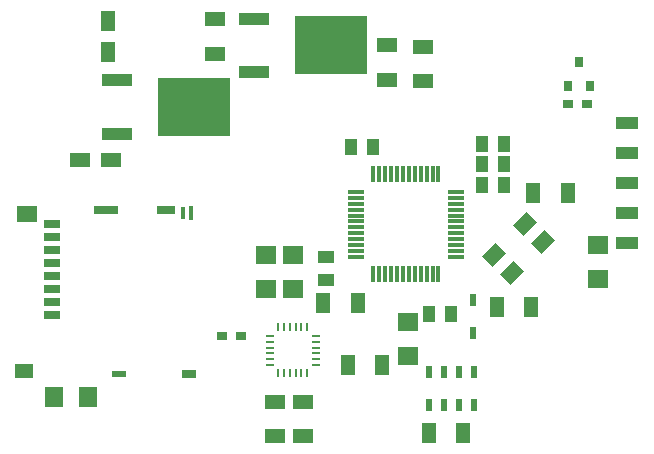
<source format=gtp>
G04*
G04 #@! TF.GenerationSoftware,Altium Limited,Altium Designer,23.7.1 (13)*
G04*
G04 Layer_Color=8421504*
%FSLAX25Y25*%
%MOIN*%
G70*
G04*
G04 #@! TF.SameCoordinates,F4DCA568-12CF-4C60-A2D5-0128ED73B792*
G04*
G04*
G04 #@! TF.FilePolarity,Positive*
G04*
G01*
G75*
%ADD17R,0.10236X0.03937*%
%ADD18R,0.24410X0.19291*%
%ADD19R,0.03799X0.03150*%
%ADD20R,0.07520X0.04095*%
%ADD21R,0.03937X0.05709*%
%ADD22R,0.07087X0.04528*%
%ADD23R,0.03150X0.03543*%
%ADD24R,0.07087X0.04842*%
%ADD25R,0.04842X0.07087*%
%ADD26R,0.07087X0.05906*%
%ADD27R,0.04528X0.07087*%
%ADD28R,0.01181X0.05709*%
%ADD29R,0.05709X0.01181*%
G04:AMPARAMS|DCode=30|XSize=62.99mil|YSize=49.21mil|CornerRadius=0mil|HoleSize=0mil|Usage=FLASHONLY|Rotation=225.000|XOffset=0mil|YOffset=0mil|HoleType=Round|Shape=Rectangle|*
%AMROTATEDRECTD30*
4,1,4,0.00487,0.03967,0.03967,0.00487,-0.00487,-0.03967,-0.03967,-0.00487,0.00487,0.03967,0.0*
%
%ADD30ROTATEDRECTD30*%

%ADD31R,0.02165X0.04134*%
%ADD32R,0.05709X0.03937*%
%ADD33R,0.05906X0.07087*%
%ADD34R,0.05512X0.03150*%
%ADD35R,0.07087X0.05315*%
%ADD36R,0.08425X0.02559*%
%ADD37R,0.06299X0.02559*%
%ADD38R,0.01772X0.04331*%
%ADD39R,0.01772X0.04528*%
%ADD40R,0.05118X0.02559*%
%ADD41R,0.04528X0.02362*%
%ADD42R,0.05906X0.04567*%
%ADD43R,0.03150X0.00984*%
%ADD44R,0.00984X0.03150*%
%ADD45R,0.02362X0.04331*%
D17*
X40484Y123795D02*
D03*
Y105842D02*
D03*
X86236Y144295D02*
D03*
Y126342D02*
D03*
D18*
X66075Y114819D02*
D03*
X111827Y135319D02*
D03*
D19*
X197244Y115748D02*
D03*
X190945D02*
D03*
X75591Y38583D02*
D03*
X81890D02*
D03*
D20*
X210630Y109409D02*
D03*
Y99410D02*
D03*
Y89410D02*
D03*
Y79409D02*
D03*
Y69410D02*
D03*
D21*
X125984Y101575D02*
D03*
X118504D02*
D03*
X162008Y95669D02*
D03*
X169488D02*
D03*
X162008Y102362D02*
D03*
X169488D02*
D03*
X162008Y88976D02*
D03*
X169488D02*
D03*
X151969Y45866D02*
D03*
X144488D02*
D03*
D22*
X102362Y5118D02*
D03*
Y16535D02*
D03*
X93307D02*
D03*
Y5118D02*
D03*
X73075Y132610D02*
D03*
Y144027D02*
D03*
X142520Y134843D02*
D03*
Y123425D02*
D03*
X130575Y123902D02*
D03*
Y135319D02*
D03*
D23*
X194575Y129756D02*
D03*
X198315Y121882D02*
D03*
X190835D02*
D03*
D24*
X28307Y97244D02*
D03*
X38622D02*
D03*
D25*
X37402Y133031D02*
D03*
Y143347D02*
D03*
D26*
X200787Y57480D02*
D03*
Y68898D02*
D03*
X90158Y65551D02*
D03*
Y54134D02*
D03*
X99213Y65551D02*
D03*
Y54134D02*
D03*
X137402Y43307D02*
D03*
Y31890D02*
D03*
D27*
X179331Y86221D02*
D03*
X190748D02*
D03*
X178543Y48031D02*
D03*
X167126D02*
D03*
X120669Y49606D02*
D03*
X109252D02*
D03*
X117520Y28740D02*
D03*
X128937D02*
D03*
X155905Y6299D02*
D03*
X144488D02*
D03*
D28*
X147638Y92323D02*
D03*
X145669D02*
D03*
X129921D02*
D03*
X131890D02*
D03*
X143701D02*
D03*
X141732D02*
D03*
X139764D02*
D03*
X137795D02*
D03*
X135827D02*
D03*
X125984D02*
D03*
X127953D02*
D03*
X133858D02*
D03*
X147638Y59055D02*
D03*
X145669D02*
D03*
X143701D02*
D03*
X141732D02*
D03*
X139764D02*
D03*
X137795D02*
D03*
X135827D02*
D03*
X133858D02*
D03*
X131890D02*
D03*
X129921D02*
D03*
X127953D02*
D03*
X125984D02*
D03*
D29*
X120177Y64862D02*
D03*
Y66831D02*
D03*
Y68799D02*
D03*
Y70768D02*
D03*
Y72736D02*
D03*
Y74705D02*
D03*
Y76673D02*
D03*
Y78642D02*
D03*
Y80610D02*
D03*
Y82579D02*
D03*
Y84547D02*
D03*
Y86516D02*
D03*
X153445D02*
D03*
Y84547D02*
D03*
Y82579D02*
D03*
Y80610D02*
D03*
Y78642D02*
D03*
Y76673D02*
D03*
Y74705D02*
D03*
Y72736D02*
D03*
Y70768D02*
D03*
Y68799D02*
D03*
Y66831D02*
D03*
Y64862D02*
D03*
D30*
X182622Y69804D02*
D03*
X176497Y75929D02*
D03*
X172321Y59504D02*
D03*
X166197Y65629D02*
D03*
D31*
X159055Y39370D02*
D03*
Y50394D02*
D03*
D32*
X110236Y64764D02*
D03*
Y57284D02*
D03*
D33*
X19488Y18110D02*
D03*
X30906D02*
D03*
D34*
X18701Y45413D02*
D03*
Y49744D02*
D03*
Y54075D02*
D03*
Y58406D02*
D03*
Y62736D02*
D03*
Y67067D02*
D03*
Y71398D02*
D03*
Y75728D02*
D03*
D35*
X10630Y79232D02*
D03*
D36*
X36732Y80512D02*
D03*
D37*
X56732D02*
D03*
D38*
X62657Y79626D02*
D03*
D39*
X65256Y79527D02*
D03*
D40*
X64370Y25787D02*
D03*
D41*
X41043Y25689D02*
D03*
D42*
X9646Y26791D02*
D03*
D43*
X91339Y38583D02*
D03*
X106693D02*
D03*
X91339Y36614D02*
D03*
Y34646D02*
D03*
Y32677D02*
D03*
Y30709D02*
D03*
Y28740D02*
D03*
X106693D02*
D03*
Y30709D02*
D03*
Y32677D02*
D03*
Y34646D02*
D03*
Y36614D02*
D03*
D44*
X94095Y25984D02*
D03*
X96063D02*
D03*
X98032D02*
D03*
X100000D02*
D03*
X101969D02*
D03*
X103937D02*
D03*
Y41339D02*
D03*
X101969D02*
D03*
X100000D02*
D03*
X98032D02*
D03*
X96063D02*
D03*
X94095D02*
D03*
D45*
X144587Y15354D02*
D03*
X149508D02*
D03*
X154429D02*
D03*
X159350D02*
D03*
Y26378D02*
D03*
X154429D02*
D03*
X149508D02*
D03*
X144587D02*
D03*
M02*

</source>
